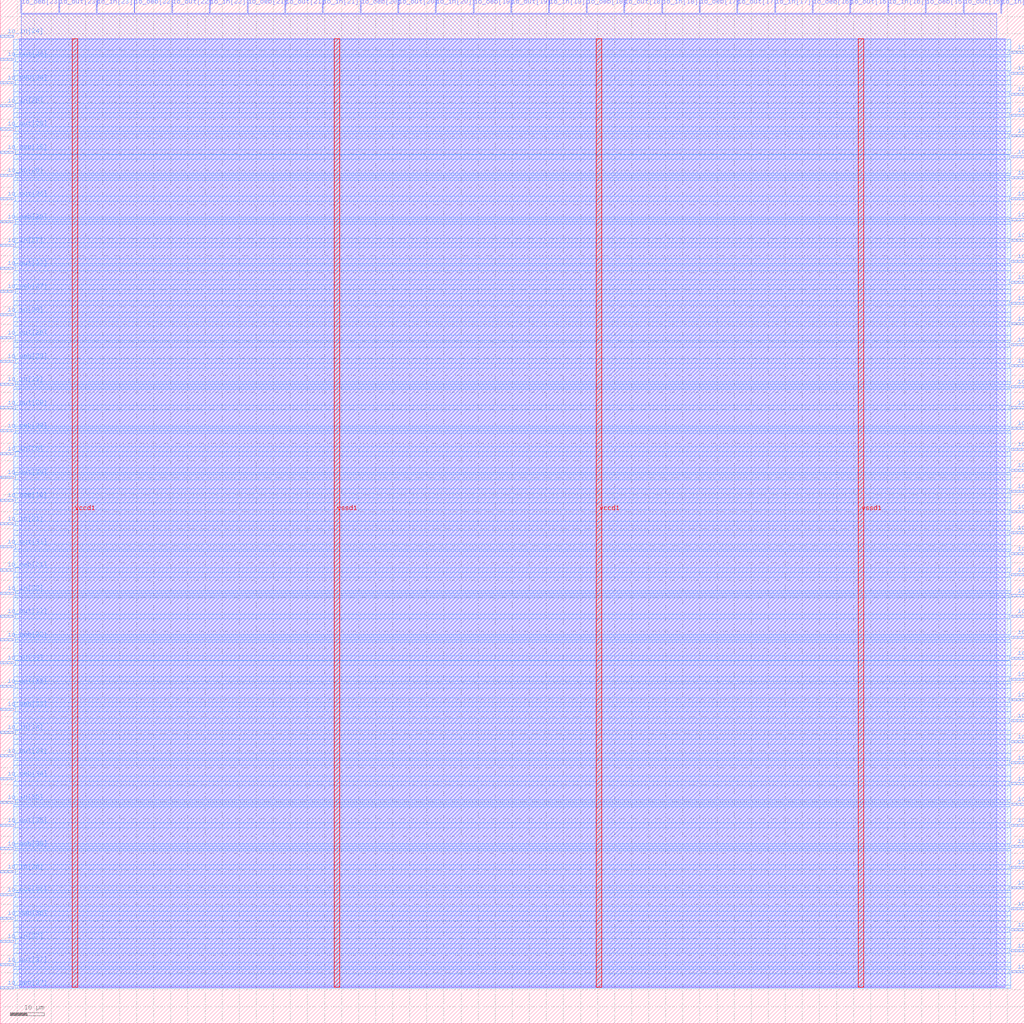
<source format=lef>
VERSION 5.7 ;
  NOWIREEXTENSIONATPIN ON ;
  DIVIDERCHAR "/" ;
  BUSBITCHARS "[]" ;
MACRO tiny_user_project
  CLASS BLOCK ;
  FOREIGN tiny_user_project ;
  ORIGIN 0.000 0.000 ;
  SIZE 300.000 BY 300.000 ;
  PIN io_in[0]
    DIRECTION INPUT ;
    USE SIGNAL ;
    PORT
      LAYER met3 ;
        RECT 296.000 15.000 300.000 15.600 ;
    END
  END io_in[0]
  PIN io_in[10]
    DIRECTION INPUT ;
    USE SIGNAL ;
    PORT
      LAYER met3 ;
        RECT 296.000 198.600 300.000 199.200 ;
    END
  END io_in[10]
  PIN io_in[11]
    DIRECTION INPUT ;
    USE SIGNAL ;
    PORT
      LAYER met3 ;
        RECT 296.000 216.960 300.000 217.560 ;
    END
  END io_in[11]
  PIN io_in[12]
    DIRECTION INPUT ;
    USE SIGNAL ;
    PORT
      LAYER met3 ;
        RECT 296.000 235.320 300.000 235.920 ;
    END
  END io_in[12]
  PIN io_in[13]
    DIRECTION INPUT ;
    USE SIGNAL ;
    PORT
      LAYER met3 ;
        RECT 296.000 253.680 300.000 254.280 ;
    END
  END io_in[13]
  PIN io_in[14]
    DIRECTION INPUT ;
    USE SIGNAL ;
    PORT
      LAYER met3 ;
        RECT 296.000 272.040 300.000 272.640 ;
    END
  END io_in[14]
  PIN io_in[15]
    DIRECTION INPUT ;
    USE SIGNAL ;
    PORT
      LAYER met2 ;
        RECT 293.110 296.000 293.390 300.000 ;
    END
  END io_in[15]
  PIN io_in[16]
    DIRECTION INPUT ;
    USE SIGNAL ;
    PORT
      LAYER met2 ;
        RECT 259.990 296.000 260.270 300.000 ;
    END
  END io_in[16]
  PIN io_in[17]
    DIRECTION INPUT ;
    USE SIGNAL ;
    PORT
      LAYER met2 ;
        RECT 226.870 296.000 227.150 300.000 ;
    END
  END io_in[17]
  PIN io_in[18]
    DIRECTION INPUT ;
    USE SIGNAL ;
    PORT
      LAYER met2 ;
        RECT 193.750 296.000 194.030 300.000 ;
    END
  END io_in[18]
  PIN io_in[19]
    DIRECTION INPUT ;
    USE SIGNAL ;
    PORT
      LAYER met2 ;
        RECT 160.630 296.000 160.910 300.000 ;
    END
  END io_in[19]
  PIN io_in[1]
    DIRECTION INPUT ;
    USE SIGNAL ;
    PORT
      LAYER met3 ;
        RECT 296.000 33.360 300.000 33.960 ;
    END
  END io_in[1]
  PIN io_in[20]
    DIRECTION INPUT ;
    USE SIGNAL ;
    PORT
      LAYER met2 ;
        RECT 127.510 296.000 127.790 300.000 ;
    END
  END io_in[20]
  PIN io_in[21]
    DIRECTION INPUT ;
    USE SIGNAL ;
    PORT
      LAYER met2 ;
        RECT 94.390 296.000 94.670 300.000 ;
    END
  END io_in[21]
  PIN io_in[22]
    DIRECTION INPUT ;
    USE SIGNAL ;
    PORT
      LAYER met2 ;
        RECT 61.270 296.000 61.550 300.000 ;
    END
  END io_in[22]
  PIN io_in[23]
    DIRECTION INPUT ;
    USE SIGNAL ;
    PORT
      LAYER met2 ;
        RECT 28.150 296.000 28.430 300.000 ;
    END
  END io_in[23]
  PIN io_in[24]
    DIRECTION INPUT ;
    USE SIGNAL ;
    PORT
      LAYER met3 ;
        RECT 0.000 289.040 4.000 289.640 ;
    END
  END io_in[24]
  PIN io_in[25]
    DIRECTION INPUT ;
    USE SIGNAL ;
    PORT
      LAYER met3 ;
        RECT 0.000 268.640 4.000 269.240 ;
    END
  END io_in[25]
  PIN io_in[26]
    DIRECTION INPUT ;
    USE SIGNAL ;
    PORT
      LAYER met3 ;
        RECT 0.000 248.240 4.000 248.840 ;
    END
  END io_in[26]
  PIN io_in[27]
    DIRECTION INPUT ;
    USE SIGNAL ;
    PORT
      LAYER met3 ;
        RECT 0.000 227.840 4.000 228.440 ;
    END
  END io_in[27]
  PIN io_in[28]
    DIRECTION INPUT ;
    USE SIGNAL ;
    PORT
      LAYER met3 ;
        RECT 0.000 207.440 4.000 208.040 ;
    END
  END io_in[28]
  PIN io_in[29]
    DIRECTION INPUT ;
    USE SIGNAL ;
    PORT
      LAYER met3 ;
        RECT 0.000 187.040 4.000 187.640 ;
    END
  END io_in[29]
  PIN io_in[2]
    DIRECTION INPUT ;
    USE SIGNAL ;
    PORT
      LAYER met3 ;
        RECT 296.000 51.720 300.000 52.320 ;
    END
  END io_in[2]
  PIN io_in[30]
    DIRECTION INPUT ;
    USE SIGNAL ;
    PORT
      LAYER met3 ;
        RECT 0.000 166.640 4.000 167.240 ;
    END
  END io_in[30]
  PIN io_in[31]
    DIRECTION INPUT ;
    USE SIGNAL ;
    PORT
      LAYER met3 ;
        RECT 0.000 146.240 4.000 146.840 ;
    END
  END io_in[31]
  PIN io_in[32]
    DIRECTION INPUT ;
    USE SIGNAL ;
    PORT
      LAYER met3 ;
        RECT 0.000 125.840 4.000 126.440 ;
    END
  END io_in[32]
  PIN io_in[33]
    DIRECTION INPUT ;
    USE SIGNAL ;
    PORT
      LAYER met3 ;
        RECT 0.000 105.440 4.000 106.040 ;
    END
  END io_in[33]
  PIN io_in[34]
    DIRECTION INPUT ;
    USE SIGNAL ;
    PORT
      LAYER met3 ;
        RECT 0.000 85.040 4.000 85.640 ;
    END
  END io_in[34]
  PIN io_in[35]
    DIRECTION INPUT ;
    USE SIGNAL ;
    PORT
      LAYER met3 ;
        RECT 0.000 64.640 4.000 65.240 ;
    END
  END io_in[35]
  PIN io_in[36]
    DIRECTION INPUT ;
    USE SIGNAL ;
    PORT
      LAYER met3 ;
        RECT 0.000 44.240 4.000 44.840 ;
    END
  END io_in[36]
  PIN io_in[37]
    DIRECTION INPUT ;
    USE SIGNAL ;
    PORT
      LAYER met3 ;
        RECT 0.000 23.840 4.000 24.440 ;
    END
  END io_in[37]
  PIN io_in[3]
    DIRECTION INPUT ;
    USE SIGNAL ;
    PORT
      LAYER met3 ;
        RECT 296.000 70.080 300.000 70.680 ;
    END
  END io_in[3]
  PIN io_in[4]
    DIRECTION INPUT ;
    USE SIGNAL ;
    PORT
      LAYER met3 ;
        RECT 296.000 88.440 300.000 89.040 ;
    END
  END io_in[4]
  PIN io_in[5]
    DIRECTION INPUT ;
    USE SIGNAL ;
    PORT
      LAYER met3 ;
        RECT 296.000 106.800 300.000 107.400 ;
    END
  END io_in[5]
  PIN io_in[6]
    DIRECTION INPUT ;
    USE SIGNAL ;
    PORT
      LAYER met3 ;
        RECT 296.000 125.160 300.000 125.760 ;
    END
  END io_in[6]
  PIN io_in[7]
    DIRECTION INPUT ;
    USE SIGNAL ;
    PORT
      LAYER met3 ;
        RECT 296.000 143.520 300.000 144.120 ;
    END
  END io_in[7]
  PIN io_in[8]
    DIRECTION INPUT ;
    USE SIGNAL ;
    PORT
      LAYER met3 ;
        RECT 296.000 161.880 300.000 162.480 ;
    END
  END io_in[8]
  PIN io_in[9]
    DIRECTION INPUT ;
    USE SIGNAL ;
    PORT
      LAYER met3 ;
        RECT 296.000 180.240 300.000 180.840 ;
    END
  END io_in[9]
  PIN io_oeb[0]
    DIRECTION OUTPUT TRISTATE ;
    USE SIGNAL ;
    PORT
      LAYER met3 ;
        RECT 296.000 27.240 300.000 27.840 ;
    END
  END io_oeb[0]
  PIN io_oeb[10]
    DIRECTION OUTPUT TRISTATE ;
    USE SIGNAL ;
    PORT
      LAYER met3 ;
        RECT 296.000 210.840 300.000 211.440 ;
    END
  END io_oeb[10]
  PIN io_oeb[11]
    DIRECTION OUTPUT TRISTATE ;
    USE SIGNAL ;
    PORT
      LAYER met3 ;
        RECT 296.000 229.200 300.000 229.800 ;
    END
  END io_oeb[11]
  PIN io_oeb[12]
    DIRECTION OUTPUT TRISTATE ;
    USE SIGNAL ;
    PORT
      LAYER met3 ;
        RECT 296.000 247.560 300.000 248.160 ;
    END
  END io_oeb[12]
  PIN io_oeb[13]
    DIRECTION OUTPUT TRISTATE ;
    USE SIGNAL ;
    PORT
      LAYER met3 ;
        RECT 296.000 265.920 300.000 266.520 ;
    END
  END io_oeb[13]
  PIN io_oeb[14]
    DIRECTION OUTPUT TRISTATE ;
    USE SIGNAL ;
    PORT
      LAYER met3 ;
        RECT 296.000 284.280 300.000 284.880 ;
    END
  END io_oeb[14]
  PIN io_oeb[15]
    DIRECTION OUTPUT TRISTATE ;
    USE SIGNAL ;
    PORT
      LAYER met2 ;
        RECT 271.030 296.000 271.310 300.000 ;
    END
  END io_oeb[15]
  PIN io_oeb[16]
    DIRECTION OUTPUT TRISTATE ;
    USE SIGNAL ;
    PORT
      LAYER met2 ;
        RECT 237.910 296.000 238.190 300.000 ;
    END
  END io_oeb[16]
  PIN io_oeb[17]
    DIRECTION OUTPUT TRISTATE ;
    USE SIGNAL ;
    PORT
      LAYER met2 ;
        RECT 204.790 296.000 205.070 300.000 ;
    END
  END io_oeb[17]
  PIN io_oeb[18]
    DIRECTION OUTPUT TRISTATE ;
    USE SIGNAL ;
    PORT
      LAYER met2 ;
        RECT 171.670 296.000 171.950 300.000 ;
    END
  END io_oeb[18]
  PIN io_oeb[19]
    DIRECTION OUTPUT TRISTATE ;
    USE SIGNAL ;
    PORT
      LAYER met2 ;
        RECT 138.550 296.000 138.830 300.000 ;
    END
  END io_oeb[19]
  PIN io_oeb[1]
    DIRECTION OUTPUT TRISTATE ;
    USE SIGNAL ;
    PORT
      LAYER met3 ;
        RECT 296.000 45.600 300.000 46.200 ;
    END
  END io_oeb[1]
  PIN io_oeb[20]
    DIRECTION OUTPUT TRISTATE ;
    USE SIGNAL ;
    PORT
      LAYER met2 ;
        RECT 105.430 296.000 105.710 300.000 ;
    END
  END io_oeb[20]
  PIN io_oeb[21]
    DIRECTION OUTPUT TRISTATE ;
    USE SIGNAL ;
    PORT
      LAYER met2 ;
        RECT 72.310 296.000 72.590 300.000 ;
    END
  END io_oeb[21]
  PIN io_oeb[22]
    DIRECTION OUTPUT TRISTATE ;
    USE SIGNAL ;
    PORT
      LAYER met2 ;
        RECT 39.190 296.000 39.470 300.000 ;
    END
  END io_oeb[22]
  PIN io_oeb[23]
    DIRECTION OUTPUT TRISTATE ;
    USE SIGNAL ;
    PORT
      LAYER met2 ;
        RECT 6.070 296.000 6.350 300.000 ;
    END
  END io_oeb[23]
  PIN io_oeb[24]
    DIRECTION OUTPUT TRISTATE ;
    USE SIGNAL ;
    PORT
      LAYER met3 ;
        RECT 0.000 275.440 4.000 276.040 ;
    END
  END io_oeb[24]
  PIN io_oeb[25]
    DIRECTION OUTPUT TRISTATE ;
    USE SIGNAL ;
    PORT
      LAYER met3 ;
        RECT 0.000 255.040 4.000 255.640 ;
    END
  END io_oeb[25]
  PIN io_oeb[26]
    DIRECTION OUTPUT TRISTATE ;
    USE SIGNAL ;
    PORT
      LAYER met3 ;
        RECT 0.000 234.640 4.000 235.240 ;
    END
  END io_oeb[26]
  PIN io_oeb[27]
    DIRECTION OUTPUT TRISTATE ;
    USE SIGNAL ;
    PORT
      LAYER met3 ;
        RECT 0.000 214.240 4.000 214.840 ;
    END
  END io_oeb[27]
  PIN io_oeb[28]
    DIRECTION OUTPUT TRISTATE ;
    USE SIGNAL ;
    PORT
      LAYER met3 ;
        RECT 0.000 193.840 4.000 194.440 ;
    END
  END io_oeb[28]
  PIN io_oeb[29]
    DIRECTION OUTPUT TRISTATE ;
    USE SIGNAL ;
    PORT
      LAYER met3 ;
        RECT 0.000 173.440 4.000 174.040 ;
    END
  END io_oeb[29]
  PIN io_oeb[2]
    DIRECTION OUTPUT TRISTATE ;
    USE SIGNAL ;
    PORT
      LAYER met3 ;
        RECT 296.000 63.960 300.000 64.560 ;
    END
  END io_oeb[2]
  PIN io_oeb[30]
    DIRECTION OUTPUT TRISTATE ;
    USE SIGNAL ;
    PORT
      LAYER met3 ;
        RECT 0.000 153.040 4.000 153.640 ;
    END
  END io_oeb[30]
  PIN io_oeb[31]
    DIRECTION OUTPUT TRISTATE ;
    USE SIGNAL ;
    PORT
      LAYER met3 ;
        RECT 0.000 132.640 4.000 133.240 ;
    END
  END io_oeb[31]
  PIN io_oeb[32]
    DIRECTION OUTPUT TRISTATE ;
    USE SIGNAL ;
    PORT
      LAYER met3 ;
        RECT 0.000 112.240 4.000 112.840 ;
    END
  END io_oeb[32]
  PIN io_oeb[33]
    DIRECTION OUTPUT TRISTATE ;
    USE SIGNAL ;
    PORT
      LAYER met3 ;
        RECT 0.000 91.840 4.000 92.440 ;
    END
  END io_oeb[33]
  PIN io_oeb[34]
    DIRECTION OUTPUT TRISTATE ;
    USE SIGNAL ;
    PORT
      LAYER met3 ;
        RECT 0.000 71.440 4.000 72.040 ;
    END
  END io_oeb[34]
  PIN io_oeb[35]
    DIRECTION OUTPUT TRISTATE ;
    USE SIGNAL ;
    PORT
      LAYER met3 ;
        RECT 0.000 51.040 4.000 51.640 ;
    END
  END io_oeb[35]
  PIN io_oeb[36]
    DIRECTION OUTPUT TRISTATE ;
    USE SIGNAL ;
    PORT
      LAYER met3 ;
        RECT 0.000 30.640 4.000 31.240 ;
    END
  END io_oeb[36]
  PIN io_oeb[37]
    DIRECTION OUTPUT TRISTATE ;
    USE SIGNAL ;
    PORT
      LAYER met3 ;
        RECT 0.000 10.240 4.000 10.840 ;
    END
  END io_oeb[37]
  PIN io_oeb[3]
    DIRECTION OUTPUT TRISTATE ;
    USE SIGNAL ;
    PORT
      LAYER met3 ;
        RECT 296.000 82.320 300.000 82.920 ;
    END
  END io_oeb[3]
  PIN io_oeb[4]
    DIRECTION OUTPUT TRISTATE ;
    USE SIGNAL ;
    PORT
      LAYER met3 ;
        RECT 296.000 100.680 300.000 101.280 ;
    END
  END io_oeb[4]
  PIN io_oeb[5]
    DIRECTION OUTPUT TRISTATE ;
    USE SIGNAL ;
    PORT
      LAYER met3 ;
        RECT 296.000 119.040 300.000 119.640 ;
    END
  END io_oeb[5]
  PIN io_oeb[6]
    DIRECTION OUTPUT TRISTATE ;
    USE SIGNAL ;
    PORT
      LAYER met3 ;
        RECT 296.000 137.400 300.000 138.000 ;
    END
  END io_oeb[6]
  PIN io_oeb[7]
    DIRECTION OUTPUT TRISTATE ;
    USE SIGNAL ;
    PORT
      LAYER met3 ;
        RECT 296.000 155.760 300.000 156.360 ;
    END
  END io_oeb[7]
  PIN io_oeb[8]
    DIRECTION OUTPUT TRISTATE ;
    USE SIGNAL ;
    PORT
      LAYER met3 ;
        RECT 296.000 174.120 300.000 174.720 ;
    END
  END io_oeb[8]
  PIN io_oeb[9]
    DIRECTION OUTPUT TRISTATE ;
    USE SIGNAL ;
    PORT
      LAYER met3 ;
        RECT 296.000 192.480 300.000 193.080 ;
    END
  END io_oeb[9]
  PIN io_out[0]
    DIRECTION OUTPUT TRISTATE ;
    USE SIGNAL ;
    PORT
      LAYER met3 ;
        RECT 296.000 21.120 300.000 21.720 ;
    END
  END io_out[0]
  PIN io_out[10]
    DIRECTION OUTPUT TRISTATE ;
    USE SIGNAL ;
    PORT
      LAYER met3 ;
        RECT 296.000 204.720 300.000 205.320 ;
    END
  END io_out[10]
  PIN io_out[11]
    DIRECTION OUTPUT TRISTATE ;
    USE SIGNAL ;
    PORT
      LAYER met3 ;
        RECT 296.000 223.080 300.000 223.680 ;
    END
  END io_out[11]
  PIN io_out[12]
    DIRECTION OUTPUT TRISTATE ;
    USE SIGNAL ;
    PORT
      LAYER met3 ;
        RECT 296.000 241.440 300.000 242.040 ;
    END
  END io_out[12]
  PIN io_out[13]
    DIRECTION OUTPUT TRISTATE ;
    USE SIGNAL ;
    PORT
      LAYER met3 ;
        RECT 296.000 259.800 300.000 260.400 ;
    END
  END io_out[13]
  PIN io_out[14]
    DIRECTION OUTPUT TRISTATE ;
    USE SIGNAL ;
    PORT
      LAYER met3 ;
        RECT 296.000 278.160 300.000 278.760 ;
    END
  END io_out[14]
  PIN io_out[15]
    DIRECTION OUTPUT TRISTATE ;
    USE SIGNAL ;
    PORT
      LAYER met2 ;
        RECT 282.070 296.000 282.350 300.000 ;
    END
  END io_out[15]
  PIN io_out[16]
    DIRECTION OUTPUT TRISTATE ;
    USE SIGNAL ;
    PORT
      LAYER met2 ;
        RECT 248.950 296.000 249.230 300.000 ;
    END
  END io_out[16]
  PIN io_out[17]
    DIRECTION OUTPUT TRISTATE ;
    USE SIGNAL ;
    PORT
      LAYER met2 ;
        RECT 215.830 296.000 216.110 300.000 ;
    END
  END io_out[17]
  PIN io_out[18]
    DIRECTION OUTPUT TRISTATE ;
    USE SIGNAL ;
    PORT
      LAYER met2 ;
        RECT 182.710 296.000 182.990 300.000 ;
    END
  END io_out[18]
  PIN io_out[19]
    DIRECTION OUTPUT TRISTATE ;
    USE SIGNAL ;
    PORT
      LAYER met2 ;
        RECT 149.590 296.000 149.870 300.000 ;
    END
  END io_out[19]
  PIN io_out[1]
    DIRECTION OUTPUT TRISTATE ;
    USE SIGNAL ;
    PORT
      LAYER met3 ;
        RECT 296.000 39.480 300.000 40.080 ;
    END
  END io_out[1]
  PIN io_out[20]
    DIRECTION OUTPUT TRISTATE ;
    USE SIGNAL ;
    PORT
      LAYER met2 ;
        RECT 116.470 296.000 116.750 300.000 ;
    END
  END io_out[20]
  PIN io_out[21]
    DIRECTION OUTPUT TRISTATE ;
    USE SIGNAL ;
    PORT
      LAYER met2 ;
        RECT 83.350 296.000 83.630 300.000 ;
    END
  END io_out[21]
  PIN io_out[22]
    DIRECTION OUTPUT TRISTATE ;
    USE SIGNAL ;
    PORT
      LAYER met2 ;
        RECT 50.230 296.000 50.510 300.000 ;
    END
  END io_out[22]
  PIN io_out[23]
    DIRECTION OUTPUT TRISTATE ;
    USE SIGNAL ;
    PORT
      LAYER met2 ;
        RECT 17.110 296.000 17.390 300.000 ;
    END
  END io_out[23]
  PIN io_out[24]
    DIRECTION OUTPUT TRISTATE ;
    USE SIGNAL ;
    PORT
      LAYER met3 ;
        RECT 0.000 282.240 4.000 282.840 ;
    END
  END io_out[24]
  PIN io_out[25]
    DIRECTION OUTPUT TRISTATE ;
    USE SIGNAL ;
    PORT
      LAYER met3 ;
        RECT 0.000 261.840 4.000 262.440 ;
    END
  END io_out[25]
  PIN io_out[26]
    DIRECTION OUTPUT TRISTATE ;
    USE SIGNAL ;
    PORT
      LAYER met3 ;
        RECT 0.000 241.440 4.000 242.040 ;
    END
  END io_out[26]
  PIN io_out[27]
    DIRECTION OUTPUT TRISTATE ;
    USE SIGNAL ;
    PORT
      LAYER met3 ;
        RECT 0.000 221.040 4.000 221.640 ;
    END
  END io_out[27]
  PIN io_out[28]
    DIRECTION OUTPUT TRISTATE ;
    USE SIGNAL ;
    PORT
      LAYER met3 ;
        RECT 0.000 200.640 4.000 201.240 ;
    END
  END io_out[28]
  PIN io_out[29]
    DIRECTION OUTPUT TRISTATE ;
    USE SIGNAL ;
    PORT
      LAYER met3 ;
        RECT 0.000 180.240 4.000 180.840 ;
    END
  END io_out[29]
  PIN io_out[2]
    DIRECTION OUTPUT TRISTATE ;
    USE SIGNAL ;
    PORT
      LAYER met3 ;
        RECT 296.000 57.840 300.000 58.440 ;
    END
  END io_out[2]
  PIN io_out[30]
    DIRECTION OUTPUT TRISTATE ;
    USE SIGNAL ;
    PORT
      LAYER met3 ;
        RECT 0.000 159.840 4.000 160.440 ;
    END
  END io_out[30]
  PIN io_out[31]
    DIRECTION OUTPUT TRISTATE ;
    USE SIGNAL ;
    PORT
      LAYER met3 ;
        RECT 0.000 139.440 4.000 140.040 ;
    END
  END io_out[31]
  PIN io_out[32]
    DIRECTION OUTPUT TRISTATE ;
    USE SIGNAL ;
    PORT
      LAYER met3 ;
        RECT 0.000 119.040 4.000 119.640 ;
    END
  END io_out[32]
  PIN io_out[33]
    DIRECTION OUTPUT TRISTATE ;
    USE SIGNAL ;
    PORT
      LAYER met3 ;
        RECT 0.000 98.640 4.000 99.240 ;
    END
  END io_out[33]
  PIN io_out[34]
    DIRECTION OUTPUT TRISTATE ;
    USE SIGNAL ;
    PORT
      LAYER met3 ;
        RECT 0.000 78.240 4.000 78.840 ;
    END
  END io_out[34]
  PIN io_out[35]
    DIRECTION OUTPUT TRISTATE ;
    USE SIGNAL ;
    PORT
      LAYER met3 ;
        RECT 0.000 57.840 4.000 58.440 ;
    END
  END io_out[35]
  PIN io_out[36]
    DIRECTION OUTPUT TRISTATE ;
    USE SIGNAL ;
    PORT
      LAYER met3 ;
        RECT 0.000 37.440 4.000 38.040 ;
    END
  END io_out[36]
  PIN io_out[37]
    DIRECTION OUTPUT TRISTATE ;
    USE SIGNAL ;
    PORT
      LAYER met3 ;
        RECT 0.000 17.040 4.000 17.640 ;
    END
  END io_out[37]
  PIN io_out[3]
    DIRECTION OUTPUT TRISTATE ;
    USE SIGNAL ;
    PORT
      LAYER met3 ;
        RECT 296.000 76.200 300.000 76.800 ;
    END
  END io_out[3]
  PIN io_out[4]
    DIRECTION OUTPUT TRISTATE ;
    USE SIGNAL ;
    PORT
      LAYER met3 ;
        RECT 296.000 94.560 300.000 95.160 ;
    END
  END io_out[4]
  PIN io_out[5]
    DIRECTION OUTPUT TRISTATE ;
    USE SIGNAL ;
    PORT
      LAYER met3 ;
        RECT 296.000 112.920 300.000 113.520 ;
    END
  END io_out[5]
  PIN io_out[6]
    DIRECTION OUTPUT TRISTATE ;
    USE SIGNAL ;
    PORT
      LAYER met3 ;
        RECT 296.000 131.280 300.000 131.880 ;
    END
  END io_out[6]
  PIN io_out[7]
    DIRECTION OUTPUT TRISTATE ;
    USE SIGNAL ;
    PORT
      LAYER met3 ;
        RECT 296.000 149.640 300.000 150.240 ;
    END
  END io_out[7]
  PIN io_out[8]
    DIRECTION OUTPUT TRISTATE ;
    USE SIGNAL ;
    PORT
      LAYER met3 ;
        RECT 296.000 168.000 300.000 168.600 ;
    END
  END io_out[8]
  PIN io_out[9]
    DIRECTION OUTPUT TRISTATE ;
    USE SIGNAL ;
    PORT
      LAYER met3 ;
        RECT 296.000 186.360 300.000 186.960 ;
    END
  END io_out[9]
  PIN vccd1
    DIRECTION INOUT ;
    USE POWER ;
    PORT
      LAYER met4 ;
        RECT 21.040 10.640 22.640 288.560 ;
    END
    PORT
      LAYER met4 ;
        RECT 174.640 10.640 176.240 288.560 ;
    END
  END vccd1
  PIN vssd1
    DIRECTION INOUT ;
    USE GROUND ;
    PORT
      LAYER met4 ;
        RECT 97.840 10.640 99.440 288.560 ;
    END
    PORT
      LAYER met4 ;
        RECT 251.440 10.640 253.040 288.560 ;
    END
  END vssd1
  OBS
      LAYER li1 ;
        RECT 5.520 10.795 294.400 288.405 ;
      LAYER met1 ;
        RECT 5.520 10.640 294.400 288.560 ;
      LAYER met2 ;
        RECT 6.630 295.720 16.830 296.000 ;
        RECT 17.670 295.720 27.870 296.000 ;
        RECT 28.710 295.720 38.910 296.000 ;
        RECT 39.750 295.720 49.950 296.000 ;
        RECT 50.790 295.720 60.990 296.000 ;
        RECT 61.830 295.720 72.030 296.000 ;
        RECT 72.870 295.720 83.070 296.000 ;
        RECT 83.910 295.720 94.110 296.000 ;
        RECT 94.950 295.720 105.150 296.000 ;
        RECT 105.990 295.720 116.190 296.000 ;
        RECT 117.030 295.720 127.230 296.000 ;
        RECT 128.070 295.720 138.270 296.000 ;
        RECT 139.110 295.720 149.310 296.000 ;
        RECT 150.150 295.720 160.350 296.000 ;
        RECT 161.190 295.720 171.390 296.000 ;
        RECT 172.230 295.720 182.430 296.000 ;
        RECT 183.270 295.720 193.470 296.000 ;
        RECT 194.310 295.720 204.510 296.000 ;
        RECT 205.350 295.720 215.550 296.000 ;
        RECT 216.390 295.720 226.590 296.000 ;
        RECT 227.430 295.720 237.630 296.000 ;
        RECT 238.470 295.720 248.670 296.000 ;
        RECT 249.510 295.720 259.710 296.000 ;
        RECT 260.550 295.720 270.750 296.000 ;
        RECT 271.590 295.720 281.790 296.000 ;
        RECT 282.630 295.720 292.010 296.000 ;
        RECT 6.080 10.355 292.010 295.720 ;
      LAYER met3 ;
        RECT 4.000 285.280 296.000 288.485 ;
        RECT 4.000 283.880 295.600 285.280 ;
        RECT 4.000 283.240 296.000 283.880 ;
        RECT 4.400 281.840 296.000 283.240 ;
        RECT 4.000 279.160 296.000 281.840 ;
        RECT 4.000 277.760 295.600 279.160 ;
        RECT 4.000 276.440 296.000 277.760 ;
        RECT 4.400 275.040 296.000 276.440 ;
        RECT 4.000 273.040 296.000 275.040 ;
        RECT 4.000 271.640 295.600 273.040 ;
        RECT 4.000 269.640 296.000 271.640 ;
        RECT 4.400 268.240 296.000 269.640 ;
        RECT 4.000 266.920 296.000 268.240 ;
        RECT 4.000 265.520 295.600 266.920 ;
        RECT 4.000 262.840 296.000 265.520 ;
        RECT 4.400 261.440 296.000 262.840 ;
        RECT 4.000 260.800 296.000 261.440 ;
        RECT 4.000 259.400 295.600 260.800 ;
        RECT 4.000 256.040 296.000 259.400 ;
        RECT 4.400 254.680 296.000 256.040 ;
        RECT 4.400 254.640 295.600 254.680 ;
        RECT 4.000 253.280 295.600 254.640 ;
        RECT 4.000 249.240 296.000 253.280 ;
        RECT 4.400 248.560 296.000 249.240 ;
        RECT 4.400 247.840 295.600 248.560 ;
        RECT 4.000 247.160 295.600 247.840 ;
        RECT 4.000 242.440 296.000 247.160 ;
        RECT 4.400 241.040 295.600 242.440 ;
        RECT 4.000 236.320 296.000 241.040 ;
        RECT 4.000 235.640 295.600 236.320 ;
        RECT 4.400 234.920 295.600 235.640 ;
        RECT 4.400 234.240 296.000 234.920 ;
        RECT 4.000 230.200 296.000 234.240 ;
        RECT 4.000 228.840 295.600 230.200 ;
        RECT 4.400 228.800 295.600 228.840 ;
        RECT 4.400 227.440 296.000 228.800 ;
        RECT 4.000 224.080 296.000 227.440 ;
        RECT 4.000 222.680 295.600 224.080 ;
        RECT 4.000 222.040 296.000 222.680 ;
        RECT 4.400 220.640 296.000 222.040 ;
        RECT 4.000 217.960 296.000 220.640 ;
        RECT 4.000 216.560 295.600 217.960 ;
        RECT 4.000 215.240 296.000 216.560 ;
        RECT 4.400 213.840 296.000 215.240 ;
        RECT 4.000 211.840 296.000 213.840 ;
        RECT 4.000 210.440 295.600 211.840 ;
        RECT 4.000 208.440 296.000 210.440 ;
        RECT 4.400 207.040 296.000 208.440 ;
        RECT 4.000 205.720 296.000 207.040 ;
        RECT 4.000 204.320 295.600 205.720 ;
        RECT 4.000 201.640 296.000 204.320 ;
        RECT 4.400 200.240 296.000 201.640 ;
        RECT 4.000 199.600 296.000 200.240 ;
        RECT 4.000 198.200 295.600 199.600 ;
        RECT 4.000 194.840 296.000 198.200 ;
        RECT 4.400 193.480 296.000 194.840 ;
        RECT 4.400 193.440 295.600 193.480 ;
        RECT 4.000 192.080 295.600 193.440 ;
        RECT 4.000 188.040 296.000 192.080 ;
        RECT 4.400 187.360 296.000 188.040 ;
        RECT 4.400 186.640 295.600 187.360 ;
        RECT 4.000 185.960 295.600 186.640 ;
        RECT 4.000 181.240 296.000 185.960 ;
        RECT 4.400 179.840 295.600 181.240 ;
        RECT 4.000 175.120 296.000 179.840 ;
        RECT 4.000 174.440 295.600 175.120 ;
        RECT 4.400 173.720 295.600 174.440 ;
        RECT 4.400 173.040 296.000 173.720 ;
        RECT 4.000 169.000 296.000 173.040 ;
        RECT 4.000 167.640 295.600 169.000 ;
        RECT 4.400 167.600 295.600 167.640 ;
        RECT 4.400 166.240 296.000 167.600 ;
        RECT 4.000 162.880 296.000 166.240 ;
        RECT 4.000 161.480 295.600 162.880 ;
        RECT 4.000 160.840 296.000 161.480 ;
        RECT 4.400 159.440 296.000 160.840 ;
        RECT 4.000 156.760 296.000 159.440 ;
        RECT 4.000 155.360 295.600 156.760 ;
        RECT 4.000 154.040 296.000 155.360 ;
        RECT 4.400 152.640 296.000 154.040 ;
        RECT 4.000 150.640 296.000 152.640 ;
        RECT 4.000 149.240 295.600 150.640 ;
        RECT 4.000 147.240 296.000 149.240 ;
        RECT 4.400 145.840 296.000 147.240 ;
        RECT 4.000 144.520 296.000 145.840 ;
        RECT 4.000 143.120 295.600 144.520 ;
        RECT 4.000 140.440 296.000 143.120 ;
        RECT 4.400 139.040 296.000 140.440 ;
        RECT 4.000 138.400 296.000 139.040 ;
        RECT 4.000 137.000 295.600 138.400 ;
        RECT 4.000 133.640 296.000 137.000 ;
        RECT 4.400 132.280 296.000 133.640 ;
        RECT 4.400 132.240 295.600 132.280 ;
        RECT 4.000 130.880 295.600 132.240 ;
        RECT 4.000 126.840 296.000 130.880 ;
        RECT 4.400 126.160 296.000 126.840 ;
        RECT 4.400 125.440 295.600 126.160 ;
        RECT 4.000 124.760 295.600 125.440 ;
        RECT 4.000 120.040 296.000 124.760 ;
        RECT 4.400 118.640 295.600 120.040 ;
        RECT 4.000 113.920 296.000 118.640 ;
        RECT 4.000 113.240 295.600 113.920 ;
        RECT 4.400 112.520 295.600 113.240 ;
        RECT 4.400 111.840 296.000 112.520 ;
        RECT 4.000 107.800 296.000 111.840 ;
        RECT 4.000 106.440 295.600 107.800 ;
        RECT 4.400 106.400 295.600 106.440 ;
        RECT 4.400 105.040 296.000 106.400 ;
        RECT 4.000 101.680 296.000 105.040 ;
        RECT 4.000 100.280 295.600 101.680 ;
        RECT 4.000 99.640 296.000 100.280 ;
        RECT 4.400 98.240 296.000 99.640 ;
        RECT 4.000 95.560 296.000 98.240 ;
        RECT 4.000 94.160 295.600 95.560 ;
        RECT 4.000 92.840 296.000 94.160 ;
        RECT 4.400 91.440 296.000 92.840 ;
        RECT 4.000 89.440 296.000 91.440 ;
        RECT 4.000 88.040 295.600 89.440 ;
        RECT 4.000 86.040 296.000 88.040 ;
        RECT 4.400 84.640 296.000 86.040 ;
        RECT 4.000 83.320 296.000 84.640 ;
        RECT 4.000 81.920 295.600 83.320 ;
        RECT 4.000 79.240 296.000 81.920 ;
        RECT 4.400 77.840 296.000 79.240 ;
        RECT 4.000 77.200 296.000 77.840 ;
        RECT 4.000 75.800 295.600 77.200 ;
        RECT 4.000 72.440 296.000 75.800 ;
        RECT 4.400 71.080 296.000 72.440 ;
        RECT 4.400 71.040 295.600 71.080 ;
        RECT 4.000 69.680 295.600 71.040 ;
        RECT 4.000 65.640 296.000 69.680 ;
        RECT 4.400 64.960 296.000 65.640 ;
        RECT 4.400 64.240 295.600 64.960 ;
        RECT 4.000 63.560 295.600 64.240 ;
        RECT 4.000 58.840 296.000 63.560 ;
        RECT 4.400 57.440 295.600 58.840 ;
        RECT 4.000 52.720 296.000 57.440 ;
        RECT 4.000 52.040 295.600 52.720 ;
        RECT 4.400 51.320 295.600 52.040 ;
        RECT 4.400 50.640 296.000 51.320 ;
        RECT 4.000 46.600 296.000 50.640 ;
        RECT 4.000 45.240 295.600 46.600 ;
        RECT 4.400 45.200 295.600 45.240 ;
        RECT 4.400 43.840 296.000 45.200 ;
        RECT 4.000 40.480 296.000 43.840 ;
        RECT 4.000 39.080 295.600 40.480 ;
        RECT 4.000 38.440 296.000 39.080 ;
        RECT 4.400 37.040 296.000 38.440 ;
        RECT 4.000 34.360 296.000 37.040 ;
        RECT 4.000 32.960 295.600 34.360 ;
        RECT 4.000 31.640 296.000 32.960 ;
        RECT 4.400 30.240 296.000 31.640 ;
        RECT 4.000 28.240 296.000 30.240 ;
        RECT 4.000 26.840 295.600 28.240 ;
        RECT 4.000 24.840 296.000 26.840 ;
        RECT 4.400 23.440 296.000 24.840 ;
        RECT 4.000 22.120 296.000 23.440 ;
        RECT 4.000 20.720 295.600 22.120 ;
        RECT 4.000 18.040 296.000 20.720 ;
        RECT 4.400 16.640 296.000 18.040 ;
        RECT 4.000 16.000 296.000 16.640 ;
        RECT 4.000 14.600 295.600 16.000 ;
        RECT 4.000 11.240 296.000 14.600 ;
        RECT 4.400 10.375 296.000 11.240 ;
  END
END tiny_user_project
END LIBRARY


</source>
